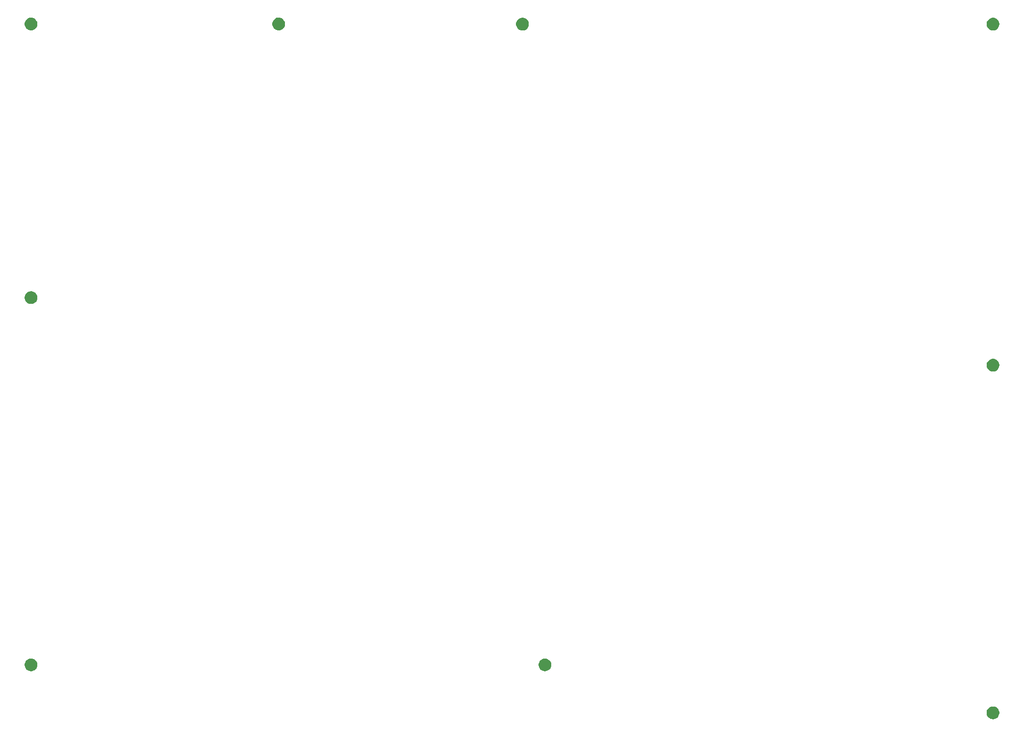
<source format=gts>
G04 #@! TF.GenerationSoftware,KiCad,Pcbnew,(5.1.5-0-10_14)*
G04 #@! TF.CreationDate,2020-05-14T05:30:03+09:00*
G04 #@! TF.ProjectId,LR-bottom-v02,4c522d62-6f74-4746-9f6d-2d7630322e6b,rev?*
G04 #@! TF.SameCoordinates,Original*
G04 #@! TF.FileFunction,Soldermask,Top*
G04 #@! TF.FilePolarity,Negative*
%FSLAX46Y46*%
G04 Gerber Fmt 4.6, Leading zero omitted, Abs format (unit mm)*
G04 Created by KiCad (PCBNEW (5.1.5-0-10_14)) date 2020-05-14 05:30:03*
%MOMM*%
%LPD*%
G04 APERTURE LIST*
%ADD10C,0.100000*%
G04 APERTURE END LIST*
D10*
G36*
X229544795Y-150430156D02*
G01*
X229651150Y-150451311D01*
X229851520Y-150534307D01*
X230031844Y-150654795D01*
X230185205Y-150808156D01*
X230305693Y-150988480D01*
X230388689Y-151188851D01*
X230431000Y-151401560D01*
X230431000Y-151618440D01*
X230388689Y-151831149D01*
X230305693Y-152031520D01*
X230185205Y-152211844D01*
X230031844Y-152365205D01*
X229851520Y-152485693D01*
X229651150Y-152568689D01*
X229544794Y-152589845D01*
X229438440Y-152611000D01*
X229221560Y-152611000D01*
X229115206Y-152589845D01*
X229008850Y-152568689D01*
X228908666Y-152527191D01*
X228808480Y-152485693D01*
X228628156Y-152365205D01*
X228474795Y-152211844D01*
X228354307Y-152031520D01*
X228271311Y-151831149D01*
X228229000Y-151618440D01*
X228229000Y-151401560D01*
X228271311Y-151188851D01*
X228354307Y-150988480D01*
X228474795Y-150808156D01*
X228628156Y-150654795D01*
X228808480Y-150534307D01*
X229008850Y-150451311D01*
X229115205Y-150430156D01*
X229221560Y-150409000D01*
X229438440Y-150409000D01*
X229544795Y-150430156D01*
G37*
G36*
X152174795Y-142140156D02*
G01*
X152281150Y-142161311D01*
X152381334Y-142202809D01*
X152481520Y-142244307D01*
X152661844Y-142364795D01*
X152815205Y-142518156D01*
X152935693Y-142698480D01*
X153018689Y-142898851D01*
X153061000Y-143111560D01*
X153061000Y-143328440D01*
X153018689Y-143541149D01*
X152935693Y-143741520D01*
X152815205Y-143921844D01*
X152661844Y-144075205D01*
X152481520Y-144195693D01*
X152281150Y-144278689D01*
X152174794Y-144299845D01*
X152068440Y-144321000D01*
X151851560Y-144321000D01*
X151745206Y-144299845D01*
X151638850Y-144278689D01*
X151438480Y-144195693D01*
X151258156Y-144075205D01*
X151104795Y-143921844D01*
X150984307Y-143741520D01*
X150901311Y-143541149D01*
X150859000Y-143328440D01*
X150859000Y-143111560D01*
X150901311Y-142898851D01*
X150984307Y-142698480D01*
X151104795Y-142518156D01*
X151258156Y-142364795D01*
X151438480Y-142244307D01*
X151538666Y-142202809D01*
X151638850Y-142161311D01*
X151745205Y-142140156D01*
X151851560Y-142119000D01*
X152068440Y-142119000D01*
X152174795Y-142140156D01*
G37*
G36*
X63464795Y-142140156D02*
G01*
X63571150Y-142161311D01*
X63671334Y-142202809D01*
X63771520Y-142244307D01*
X63951844Y-142364795D01*
X64105205Y-142518156D01*
X64225693Y-142698480D01*
X64308689Y-142898851D01*
X64351000Y-143111560D01*
X64351000Y-143328440D01*
X64308689Y-143541149D01*
X64225693Y-143741520D01*
X64105205Y-143921844D01*
X63951844Y-144075205D01*
X63771520Y-144195693D01*
X63571150Y-144278689D01*
X63464794Y-144299845D01*
X63358440Y-144321000D01*
X63141560Y-144321000D01*
X63035206Y-144299845D01*
X62928850Y-144278689D01*
X62728480Y-144195693D01*
X62548156Y-144075205D01*
X62394795Y-143921844D01*
X62274307Y-143741520D01*
X62191311Y-143541149D01*
X62149000Y-143328440D01*
X62149000Y-143111560D01*
X62191311Y-142898851D01*
X62274307Y-142698480D01*
X62394795Y-142518156D01*
X62548156Y-142364795D01*
X62728480Y-142244307D01*
X62828666Y-142202809D01*
X62928850Y-142161311D01*
X63035205Y-142140156D01*
X63141560Y-142119000D01*
X63358440Y-142119000D01*
X63464795Y-142140156D01*
G37*
G36*
X229544794Y-90370155D02*
G01*
X229651150Y-90391311D01*
X229851520Y-90474307D01*
X230031844Y-90594795D01*
X230185205Y-90748156D01*
X230305693Y-90928480D01*
X230388689Y-91128851D01*
X230431000Y-91341560D01*
X230431000Y-91558440D01*
X230388689Y-91771149D01*
X230305693Y-91971520D01*
X230185205Y-92151844D01*
X230031844Y-92305205D01*
X229851520Y-92425693D01*
X229751334Y-92467191D01*
X229651150Y-92508689D01*
X229544794Y-92529845D01*
X229438440Y-92551000D01*
X229221560Y-92551000D01*
X229115205Y-92529844D01*
X229008850Y-92508689D01*
X228908666Y-92467191D01*
X228808480Y-92425693D01*
X228628156Y-92305205D01*
X228474795Y-92151844D01*
X228354307Y-91971520D01*
X228271311Y-91771149D01*
X228229000Y-91558440D01*
X228229000Y-91341560D01*
X228271311Y-91128851D01*
X228354307Y-90928480D01*
X228474795Y-90748156D01*
X228628156Y-90594795D01*
X228808480Y-90474307D01*
X229008850Y-90391311D01*
X229115206Y-90370155D01*
X229221560Y-90349000D01*
X229438440Y-90349000D01*
X229544794Y-90370155D01*
G37*
G36*
X63464795Y-78700156D02*
G01*
X63571150Y-78721311D01*
X63671334Y-78762809D01*
X63771520Y-78804307D01*
X63951844Y-78924795D01*
X64105205Y-79078156D01*
X64225693Y-79258480D01*
X64308689Y-79458851D01*
X64351000Y-79671560D01*
X64351000Y-79888440D01*
X64308689Y-80101149D01*
X64225693Y-80301520D01*
X64105205Y-80481844D01*
X63951844Y-80635205D01*
X63771520Y-80755693D01*
X63571150Y-80838689D01*
X63464794Y-80859845D01*
X63358440Y-80881000D01*
X63141560Y-80881000D01*
X63035206Y-80859845D01*
X62928850Y-80838689D01*
X62728480Y-80755693D01*
X62548156Y-80635205D01*
X62394795Y-80481844D01*
X62274307Y-80301520D01*
X62191311Y-80101149D01*
X62149000Y-79888440D01*
X62149000Y-79671560D01*
X62191311Y-79458851D01*
X62274307Y-79258480D01*
X62394795Y-79078156D01*
X62548156Y-78924795D01*
X62728480Y-78804307D01*
X62828666Y-78762809D01*
X62928850Y-78721311D01*
X63035205Y-78700156D01*
X63141560Y-78679000D01*
X63358440Y-78679000D01*
X63464795Y-78700156D01*
G37*
G36*
X229544794Y-31430155D02*
G01*
X229651150Y-31451311D01*
X229751334Y-31492809D01*
X229851520Y-31534307D01*
X230031844Y-31654795D01*
X230185205Y-31808156D01*
X230305693Y-31988480D01*
X230305693Y-31988481D01*
X230384547Y-32178850D01*
X230388689Y-32188851D01*
X230431000Y-32401560D01*
X230431000Y-32618440D01*
X230388689Y-32831149D01*
X230305693Y-33031520D01*
X230185205Y-33211844D01*
X230031844Y-33365205D01*
X229851520Y-33485693D01*
X229651150Y-33568689D01*
X229544794Y-33589845D01*
X229438440Y-33611000D01*
X229221560Y-33611000D01*
X229115205Y-33589844D01*
X229008850Y-33568689D01*
X228808480Y-33485693D01*
X228628156Y-33365205D01*
X228474795Y-33211844D01*
X228354307Y-33031520D01*
X228271311Y-32831149D01*
X228229000Y-32618440D01*
X228229000Y-32401560D01*
X228271311Y-32188851D01*
X228275454Y-32178850D01*
X228354307Y-31988481D01*
X228354307Y-31988480D01*
X228474795Y-31808156D01*
X228628156Y-31654795D01*
X228808480Y-31534307D01*
X228908666Y-31492809D01*
X229008850Y-31451311D01*
X229115205Y-31430156D01*
X229221560Y-31409000D01*
X229438440Y-31409000D01*
X229544794Y-31430155D01*
G37*
G36*
X148314794Y-31430155D02*
G01*
X148421150Y-31451311D01*
X148521334Y-31492809D01*
X148621520Y-31534307D01*
X148801844Y-31654795D01*
X148955205Y-31808156D01*
X149075693Y-31988480D01*
X149075693Y-31988481D01*
X149154547Y-32178850D01*
X149158689Y-32188851D01*
X149201000Y-32401560D01*
X149201000Y-32618440D01*
X149158689Y-32831149D01*
X149075693Y-33031520D01*
X148955205Y-33211844D01*
X148801844Y-33365205D01*
X148621520Y-33485693D01*
X148421150Y-33568689D01*
X148314794Y-33589845D01*
X148208440Y-33611000D01*
X147991560Y-33611000D01*
X147885205Y-33589844D01*
X147778850Y-33568689D01*
X147678666Y-33527191D01*
X147578480Y-33485693D01*
X147398156Y-33365205D01*
X147244795Y-33211844D01*
X147124307Y-33031520D01*
X147041311Y-32831149D01*
X146999000Y-32618440D01*
X146999000Y-32401560D01*
X147041311Y-32188851D01*
X147045454Y-32178850D01*
X147124307Y-31988481D01*
X147124307Y-31988480D01*
X147244795Y-31808156D01*
X147398156Y-31654795D01*
X147578480Y-31534307D01*
X147678666Y-31492809D01*
X147778850Y-31451311D01*
X147885205Y-31430156D01*
X147991560Y-31409000D01*
X148208440Y-31409000D01*
X148314794Y-31430155D01*
G37*
G36*
X106214794Y-31420155D02*
G01*
X106321150Y-31441311D01*
X106421334Y-31482809D01*
X106521520Y-31524307D01*
X106701844Y-31644795D01*
X106855205Y-31798156D01*
X106975693Y-31978480D01*
X107058689Y-32178850D01*
X107101000Y-32391561D01*
X107101000Y-32608439D01*
X107058689Y-32821150D01*
X106975693Y-33021520D01*
X106855205Y-33201844D01*
X106701844Y-33355205D01*
X106521520Y-33475693D01*
X106421334Y-33517191D01*
X106321150Y-33558689D01*
X106214795Y-33579844D01*
X106108440Y-33601000D01*
X105891560Y-33601000D01*
X105785205Y-33579844D01*
X105678850Y-33558689D01*
X105578666Y-33517191D01*
X105478480Y-33475693D01*
X105298156Y-33355205D01*
X105144795Y-33201844D01*
X105024307Y-33021520D01*
X104941311Y-32821150D01*
X104899000Y-32608439D01*
X104899000Y-32391561D01*
X104941311Y-32178850D01*
X105024307Y-31978480D01*
X105144795Y-31798156D01*
X105298156Y-31644795D01*
X105478480Y-31524307D01*
X105678850Y-31441311D01*
X105785206Y-31420155D01*
X105891560Y-31399000D01*
X106108440Y-31399000D01*
X106214794Y-31420155D01*
G37*
G36*
X63464794Y-31420155D02*
G01*
X63571150Y-31441311D01*
X63671334Y-31482809D01*
X63771520Y-31524307D01*
X63951844Y-31644795D01*
X64105205Y-31798156D01*
X64225693Y-31978480D01*
X64308689Y-32178850D01*
X64351000Y-32391561D01*
X64351000Y-32608439D01*
X64308689Y-32821150D01*
X64225693Y-33021520D01*
X64105205Y-33201844D01*
X63951844Y-33355205D01*
X63771520Y-33475693D01*
X63671334Y-33517191D01*
X63571150Y-33558689D01*
X63464795Y-33579844D01*
X63358440Y-33601000D01*
X63141560Y-33601000D01*
X63035205Y-33579844D01*
X62928850Y-33558689D01*
X62828666Y-33517191D01*
X62728480Y-33475693D01*
X62548156Y-33355205D01*
X62394795Y-33201844D01*
X62274307Y-33021520D01*
X62191311Y-32821150D01*
X62149000Y-32608439D01*
X62149000Y-32391561D01*
X62191311Y-32178850D01*
X62274307Y-31978480D01*
X62394795Y-31798156D01*
X62548156Y-31644795D01*
X62728480Y-31524307D01*
X62928850Y-31441311D01*
X63035206Y-31420155D01*
X63141560Y-31399000D01*
X63358440Y-31399000D01*
X63464794Y-31420155D01*
G37*
M02*

</source>
